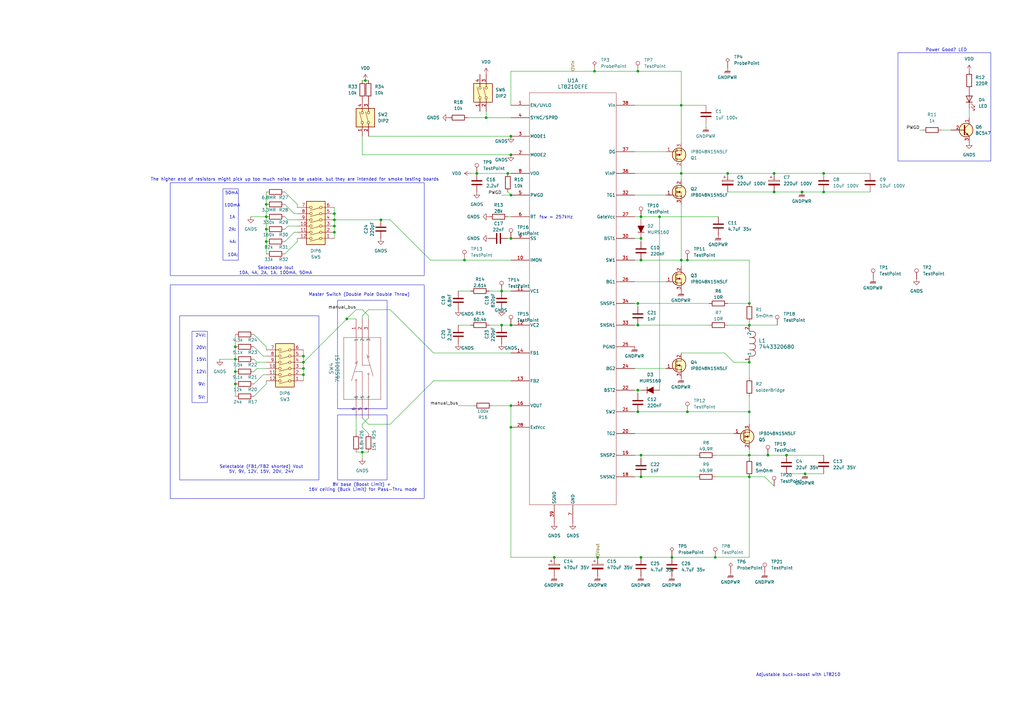
<source format=kicad_sch>
(kicad_sch (version 20250114) (generator "eeschema") (generator_version "9.0")
  (paper "A3")
  (rectangle (start 69.85 116.84) (end 173.99 204.47))
  (rectangle (start 138.43 170.18) (end 158.75 196.85))
  (rectangle (start 368.3 21.59) (end 406.4 66.04))
  (rectangle (start 73.66 129.54) (end 130.81 196.85))
  (rectangle (start 69.85 74.93) (end 173.99 113.03))
  (rectangle (start 78.74 135.89) (end 85.09 165.1))
  (rectangle (start 91.44 77.47) (end 97.79 106.68))
  (rectangle (start 138.43 123.19) (end 158.75 167.64))
  (text "1A" (at 95.25 89.154 0) (effects (font (size 1.27 1.27))))
  (text "Power Good? LED" (at 388.112 20.574 0) (effects (font (size 1.27 1.27))))
  (text "20V:" (at 82.55 142.748 0) (effects (font (size 1.27 1.27))))
  (text "5V:\n" (at 82.804 163.068 0) (effects (font (size 1.27 1.27))))
  (text "Selectable (FB1/FB2 shorted) Vout\n5V, 9V, 12V, 15V, 20V, 24V" (at 107.188 192.532 0) (effects (font (size 1.27 1.27))))
  (text "100mA" (at 95.25 84.328 0) (effects (font (size 1.27 1.27))))
  (text "fsw = 257kHz" (at 228.092 89.154 0) (effects (font (size 1.27 1.27))))
  (text "8V base (Boost Limit) + \n16V ceiling (Buck Limit) for Pass-Thru mode" (at 148.844 199.898 0) (effects (font (size 1.27 1.27))))
  (text "4A:" (at 95.504 99.314 0) (effects (font (size 1.27 1.27))))
  (text "12V:" (at 82.55 152.654 0) (effects (font (size 1.27 1.27))))
  (text "24V:" (at 82.296 137.668 0) (effects (font (size 1.27 1.27))))
  (text "10A:" (at 95.504 104.648 0) (effects (font (size 1.27 1.27))))
  (text "15V:" (at 82.55 147.574 0) (effects (font (size 1.27 1.27))))
  (text "2A:" (at 95.25 94.234 0) (effects (font (size 1.27 1.27))))
  (text "Adjustable buck-boost with LT8210" (at 327.406 276.86 0) (effects (font (size 1.27 1.27))))
  (text "The higher end of resistors might pick up too much noise to be usable, but they are intended for smoke testing boards" (at 120.904 73.66 0) (effects (font (size 1.27 1.27))))
  (text "9V:" (at 82.804 157.734 0) (effects (font (size 1.27 1.27))))
  (text "Selectable Iout\n10A, 4A, 2A, 1A, 100mA, 50mA" (at 113.03 110.998 0) (effects (font (size 1.27 1.27))))
  (text "50mA" (at 94.996 79.248 0) (effects (font (size 1.27 1.27))))
  (text "Master Switch (Double Pole Double Throw)" (at 147.32 120.904 0) (effects (font (size 1.27 1.27))))
  (junction (at 262.89 195.58))
  (junction (at 307.34 168.91))
  (junction (at 137.16 95.25))
  (junction (at 109.22 99.06))
  (junction (at 275.59 228.6))
  (junction (at 195.58 71.12))
  (junction (at 328.93 78.74))
  (junction (at 262.89 106.68))
  (junction (at 109.22 93.98))
  (junction (at 279.4 106.68))
  (junction (at 262.89 97.79))
  (junction (at 124.46 151.13))
  (junction (at 124.46 153.67))
  (junction (at 205.74 119.38))
  (junction (at 337.82 78.74))
  (junction (at 137.16 90.17))
  (junction (at 209.55 97.79))
  (junction (at 307.34 195.58))
  (junction (at 307.34 133.35))
  (junction (at 209.55 133.35))
  (junction (at 137.16 92.71))
  (junction (at 190.5 106.68))
  (junction (at 270.51 88.9))
  (junction (at 209.55 63.5))
  (junction (at 243.84 29.21))
  (junction (at 149.86 33.02))
  (junction (at 109.22 88.9))
  (junction (at 262.89 186.69))
  (junction (at 96.52 152.4))
  (junction (at 314.96 186.69))
  (junction (at 279.4 43.18))
  (junction (at 279.4 71.12))
  (junction (at 209.55 55.88))
  (junction (at 245.11 228.6))
  (junction (at 148.59 185.42))
  (junction (at 209.55 175.26))
  (junction (at 227.33 228.6))
  (junction (at 205.74 133.35))
  (junction (at 307.34 124.46))
  (junction (at 337.82 71.12))
  (junction (at 96.52 157.48))
  (junction (at 156.21 90.17))
  (junction (at 281.94 168.91))
  (junction (at 261.62 133.35))
  (junction (at 208.28 71.12))
  (junction (at 109.22 83.82))
  (junction (at 298.45 71.12))
  (junction (at 261.62 168.91))
  (junction (at 261.62 124.46))
  (junction (at 293.37 228.6))
  (junction (at 330.2 194.31))
  (junction (at 96.52 147.32))
  (junction (at 261.62 160.02))
  (junction (at 307.34 186.69))
  (junction (at 209.55 166.37))
  (junction (at 262.89 228.6))
  (junction (at 96.52 142.24))
  (junction (at 124.46 146.05))
  (junction (at 317.5 71.12))
  (junction (at 322.58 186.69))
  (junction (at 142.24 130.81))
  (junction (at 261.62 29.21))
  (junction (at 199.39 48.26))
  (junction (at 137.16 87.63))
  (junction (at 281.94 106.68))
  (junction (at 317.5 78.74))
  (junction (at 307.34 148.59))
  (junction (at 209.55 80.01))
  (junction (at 124.46 148.59))
  (junction (at 262.89 88.9))
  (wire (pts (xy 105.41 148.59) (xy 104.14 147.32)))
  (wire (pts (xy 146.05 171.45) (xy 146.05 177.8)))
  (wire (pts (xy 260.35 124.46) (xy 261.62 124.46)))
  (wire (pts (xy 297.18 144.78) (xy 300.99 148.59)))
  (wire (pts (xy 118.11 90.17) (xy 116.84 88.9)))
  (wire (pts (xy 160.02 173.99) (xy 177.8 156.21)))
  (wire (pts (xy 260.35 71.12) (xy 279.4 71.12)))
  (wire (pts (xy 313.69 195.58) (xy 317.5 199.39)))
  (wire (pts (xy 148.59 33.02) (xy 149.86 33.02)))
  (wire (pts (xy 270.51 88.9) (xy 294.64 88.9)))
  (wire (pts (xy 261.62 168.91) (xy 281.94 168.91)))
  (wire (pts (xy 137.16 90.17) (xy 137.16 87.63)))
  (wire (pts (xy 109.22 99.06) (xy 109.22 93.98)))
  (wire (pts (xy 279.4 43.18) (xy 289.56 43.18)))
  (wire (pts (xy 151.13 127) (xy 160.02 127)))
  (wire (pts (xy 151.13 171.45) (xy 148.59 173.99)))
  (wire (pts (xy 307.34 195.58) (xy 313.69 195.58)))
  (wire (pts (xy 279.4 43.18) (xy 279.4 58.42)))
  (wire (pts (xy 109.22 88.9) (xy 102.87 88.9)))
  (wire (pts (xy 260.35 43.18) (xy 279.4 43.18)))
  (wire (pts (xy 109.22 93.98) (xy 109.22 88.9)))
  (wire (pts (xy 121.92 90.17) (xy 118.11 90.17)))
  (wire (pts (xy 107.95 146.05) (xy 104.14 142.24)))
  (wire (pts (xy 262.89 195.58) (xy 285.75 195.58)))
  (wire (pts (xy 281.94 106.68) (xy 307.34 106.68)))
  (wire (pts (xy 260.35 62.23) (xy 273.05 62.23)))
  (wire (pts (xy 208.28 71.12) (xy 209.55 71.12)))
  (wire (pts (xy 262.89 88.9) (xy 270.51 88.9)))
  (wire (pts (xy 148.59 63.5) (xy 209.55 63.5)))
  (wire (pts (xy 261.62 124.46) (xy 290.83 124.46)))
  (wire (pts (xy 330.2 194.31) (xy 337.82 194.31)))
  (wire (pts (xy 142.24 130.81) (xy 146.05 127)))
  (wire (pts (xy 314.96 186.69) (xy 322.58 186.69)))
  (wire (pts (xy 205.74 80.01) (xy 209.55 80.01)))
  (wire (pts (xy 322.58 194.31) (xy 330.2 194.31)))
  (wire (pts (xy 307.34 132.08) (xy 307.34 133.35)))
  (wire (pts (xy 208.28 88.9) (xy 209.55 88.9)))
  (wire (pts (xy 209.55 106.68) (xy 190.5 106.68)))
  (wire (pts (xy 298.45 124.46) (xy 307.34 124.46)))
  (wire (pts (xy 205.74 119.38) (xy 209.55 119.38)))
  (wire (pts (xy 275.59 228.6) (xy 293.37 228.6)))
  (wire (pts (xy 121.92 83.82) (xy 116.84 78.74)))
  (wire (pts (xy 151.13 173.99) (xy 160.02 173.99)))
  (wire (pts (xy 121.92 85.09) (xy 121.92 83.82)))
  (wire (pts (xy 209.55 166.37) (xy 209.55 175.26)))
  (wire (pts (xy 146.05 130.81) (xy 142.24 130.81)))
  (wire (pts (xy 261.62 160.02) (xy 261.62 161.29)))
  (wire (pts (xy 262.89 88.9) (xy 262.89 90.17)))
  (wire (pts (xy 146.05 185.42) (xy 148.59 185.42)))
  (wire (pts (xy 262.89 186.69) (xy 262.89 187.96)))
  (wire (pts (xy 260.35 133.35) (xy 261.62 133.35)))
  (wire (pts (xy 307.34 184.15) (xy 307.34 186.69)))
  (wire (pts (xy 397.51 44.45) (xy 397.51 48.26)))
  (wire (pts (xy 307.34 195.58) (xy 307.34 228.6)))
  (wire (pts (xy 124.46 151.13) (xy 124.46 148.59)))
  (wire (pts (xy 262.89 106.68) (xy 279.4 106.68)))
  (wire (pts (xy 279.4 144.78) (xy 297.18 144.78)))
  (wire (pts (xy 260.35 97.79) (xy 262.89 97.79)))
  (wire (pts (xy 208.28 97.79) (xy 209.55 97.79)))
  (wire (pts (xy 187.96 166.37) (xy 194.31 166.37)))
  (wire (pts (xy 124.46 146.05) (xy 124.46 143.51)))
  (wire (pts (xy 377.19 53.34) (xy 378.46 53.34)))
  (wire (pts (xy 243.84 29.21) (xy 261.62 29.21)))
  (wire (pts (xy 279.4 71.12) (xy 298.45 71.12)))
  (wire (pts (xy 322.58 186.69) (xy 337.82 186.69)))
  (wire (pts (xy 386.08 53.34) (xy 389.89 53.34)))
  (wire (pts (xy 109.22 146.05) (xy 107.95 146.05)))
  (wire (pts (xy 160.02 127) (xy 177.8 144.78)))
  (wire (pts (xy 190.5 106.68) (xy 176.53 106.68)))
  (wire (pts (xy 156.21 90.17) (xy 137.16 90.17)))
  (wire (pts (xy 261.62 133.35) (xy 290.83 133.35)))
  (wire (pts (xy 109.22 156.21) (xy 109.22 157.48)))
  (wire (pts (xy 109.22 104.14) (xy 109.22 99.06)))
  (wire (pts (xy 109.22 88.9) (xy 109.22 83.82)))
  (wire (pts (xy 209.55 80.01) (xy 208.28 78.74)))
  (wire (pts (xy 307.34 133.35) (xy 318.77 133.35)))
  (wire (pts (xy 176.53 106.68) (xy 160.02 90.17)))
  (wire (pts (xy 298.45 71.12) (xy 317.5 71.12)))
  (wire (pts (xy 227.33 228.6) (xy 245.11 228.6)))
  (wire (pts (xy 260.35 195.58) (xy 262.89 195.58)))
  (wire (pts (xy 317.5 71.12) (xy 337.82 71.12)))
  (wire (pts (xy 200.66 119.38) (xy 205.74 119.38)))
  (wire (pts (xy 121.92 87.63) (xy 120.65 87.63)))
  (wire (pts (xy 279.4 71.12) (xy 279.4 73.66)))
  (wire (pts (xy 245.11 228.6) (xy 262.89 228.6)))
  (wire (pts (xy 279.4 106.68) (xy 281.94 106.68)))
  (wire (pts (xy 120.65 87.63) (xy 116.84 83.82)))
  (wire (pts (xy 148.59 175.26) (xy 151.13 177.8)))
  (wire (pts (xy 260.35 160.02) (xy 261.62 160.02)))
  (wire (pts (xy 209.55 29.21) (xy 209.55 43.18)))
  (wire (pts (xy 260.35 186.69) (xy 262.89 186.69)))
  (wire (pts (xy 109.22 142.24) (xy 104.14 137.16)))
  (wire (pts (xy 124.46 148.59) (xy 142.24 130.81)))
  (wire (pts (xy 261.62 124.46) (xy 261.62 125.73)))
  (wire (pts (xy 121.92 99.06) (xy 116.84 104.14)))
  (wire (pts (xy 109.22 148.59) (xy 105.41 148.59)))
  (wire (pts (xy 279.4 29.21) (xy 279.4 43.18)))
  (wire (pts (xy 109.22 143.51) (xy 109.22 142.24)))
  (wire (pts (xy 96.52 147.32) (xy 90.17 147.32)))
  (wire (pts (xy 96.52 142.24) (xy 96.52 137.16)))
  (wire (pts (xy 307.34 106.68) (xy 307.34 124.46)))
  (wire (pts (xy 209.55 228.6) (xy 227.33 228.6)))
  (wire (pts (xy 109.22 153.67) (xy 107.95 153.67)))
  (wire (pts (xy 109.22 151.13) (xy 105.41 151.13)))
  (wire (pts (xy 260.35 151.13) (xy 273.05 151.13)))
  (wire (pts (xy 307.34 148.59) (xy 307.34 154.94)))
  (wire (pts (xy 148.59 171.45) (xy 151.13 173.99)))
  (wire (pts (xy 279.4 83.82) (xy 279.4 106.68)))
  (wire (pts (xy 191.77 48.26) (xy 199.39 48.26)))
  (wire (pts (xy 293.37 228.6) (xy 307.34 228.6)))
  (wire (pts (xy 307.34 186.69) (xy 314.96 186.69)))
  (wire (pts (xy 337.82 71.12) (xy 356.87 71.12)))
  (wire (pts (xy 298.45 78.74) (xy 317.5 78.74)))
  (wire (pts (xy 124.46 153.67) (xy 124.46 151.13)))
  (wire (pts (xy 105.41 151.13) (xy 104.14 152.4)))
  (wire (pts (xy 151.13 130.81) (xy 151.13 129.54)))
  (wire (pts (xy 187.96 119.38) (xy 193.04 119.38)))
  (wire (pts (xy 307.34 168.91) (xy 307.34 173.99)))
  (wire (pts (xy 148.59 173.99) (xy 148.59 175.26)))
  (wire (pts (xy 262.89 228.6) (xy 275.59 228.6)))
  (wire (pts (xy 148.59 185.42) (xy 151.13 185.42)))
  (wire (pts (xy 137.16 95.25) (xy 137.16 92.71)))
  (wire (pts (xy 195.58 71.12) (xy 208.28 71.12)))
  (wire (pts (xy 200.66 133.35) (xy 205.74 133.35)))
  (wire (pts (xy 121.92 92.71) (xy 118.11 92.71)))
  (wire (pts (xy 137.16 87.63) (xy 137.16 85.09)))
  (wire (pts (xy 307.34 162.56) (xy 307.34 168.91)))
  (wire (pts (xy 118.11 92.71) (xy 116.84 93.98)))
  (wire (pts (xy 177.8 144.78) (xy 209.55 144.78)))
  (wire (pts (xy 260.35 168.91) (xy 261.62 168.91)))
  (wire (pts (xy 148.59 55.88) (xy 148.59 63.5)))
  (wire (pts (xy 307.34 186.69) (xy 307.34 187.96)))
  (wire (pts (xy 148.59 130.81) (xy 148.59 129.54)))
  (wire (pts (xy 298.45 133.35) (xy 307.34 133.35)))
  (wire (pts (xy 187.96 133.35) (xy 193.04 133.35)))
  (wire (pts (xy 121.92 95.25) (xy 120.65 95.25)))
  (wire (pts (xy 260.35 177.8) (xy 300.99 177.8)))
  (wire (pts (xy 177.8 156.21) (xy 209.55 156.21)))
  (wire (pts (xy 293.37 195.58) (xy 307.34 195.58)))
  (wire (pts (xy 193.04 71.12) (xy 195.58 71.12)))
  (wire (pts (xy 124.46 156.21) (xy 124.46 153.67)))
  (wire (pts (xy 205.74 133.35) (xy 209.55 133.35)))
  (wire (pts (xy 107.95 153.67) (xy 104.14 157.48)))
  (wire (pts (xy 199.39 48.26) (xy 209.55 48.26)))
  (wire (pts (xy 124.46 148.59) (xy 124.46 146.05)))
  (wire (pts (xy 109.22 83.82) (xy 109.22 78.74)))
  (wire (pts (xy 160.02 90.17) (xy 156.21 90.17)))
  (wire (pts (xy 148.59 127) (xy 146.05 127)))
  (wire (pts (xy 279.4 106.68) (xy 279.4 109.22)))
  (wire (pts (xy 149.86 33.02) (xy 151.13 33.02)))
  (wire (pts (xy 289.56 52.07) (xy 289.56 50.8)))
  (wire (pts (xy 281.94 168.91) (xy 307.34 168.91)))
  (wire (pts (xy 261.62 29.21) (xy 279.4 29.21)))
  (wire (pts (xy 270.51 88.9) (xy 270.51 160.02)))
  (wire (pts (xy 209.55 29.21) (xy 243.84 29.21)))
  (wire (pts (xy 201.93 166.37) (xy 209.55 166.37)))
  (wire (pts (xy 96.52 152.4) (xy 96.52 147.32)))
  (wire (pts (xy 151.13 55.88) (xy 209.55 55.88)))
  (wire (pts (xy 300.99 148.59) (xy 307.34 148.59)))
  (wire (pts (xy 260.35 115.57) (xy 273.05 115.57)))
  (wire (pts (xy 96.52 157.48) (xy 96.52 152.4)))
  (wire (pts (xy 317.5 78.74) (xy 328.93 78.74)))
  (wire (pts (xy 199.39 45.72) (xy 199.39 48.26)))
  (wire (pts (xy 137.16 97.79) (xy 137.16 95.25)))
  (wire (pts (xy 279.4 68.58) (xy 279.4 71.12)))
  (wire (pts (xy 209.55 175.26) (xy 209.55 228.6)))
  (wire (pts (xy 262.89 97.79) (xy 262.89 99.06)))
  (wire (pts (xy 148.59 129.54) (xy 151.13 127)))
  (wire (pts (xy 328.93 78.74) (xy 337.82 78.74)))
  (wire (pts (xy 261.62 160.02) (xy 262.89 160.02)))
  (wire (pts (xy 137.16 92.71) (xy 137.16 90.17)))
  (wire (pts (xy 260.35 80.01) (xy 273.05 80.01)))
  (wire (pts (xy 120.65 95.25) (xy 116.84 99.06)))
  (wire (pts (xy 293.37 186.69) (xy 307.34 186.69)))
  (wire (pts (xy 262.89 186.69) (xy 285.75 186.69)))
  (wire (pts (xy 260.35 106.68) (xy 262.89 106.68)))
  (wire (pts (xy 148.59 185.42) (xy 148.59 187.96)))
  (wire (pts (xy 260.35 88.9) (xy 262.89 88.9)))
  (wire (pts (xy 109.22 157.48) (xy 104.14 162.56)))
  (wire (pts (xy 337.82 78.74) (xy 356.87 78.74)))
  (wire (pts (xy 96.52 147.32) (xy 96.52 142.24)))
  (wire (pts (xy 96.52 162.56) (xy 96.52 157.48)))
  (wire (pts (xy 121.92 97.79) (xy 121.92 99.06)))
  (wire (pts (xy 151.13 129.54) (xy 148.59 127)))
  (label "PWGD" (at 377.19 53.34 180))
  (label "PWGD" (at 205.74 80.01 180))
  (label "manual_bus" (at 187.96 166.37 180))
  (label "manual_bus" (at 146.05 127 180))
  (hierarchical_label "Vin" (shape input) (at 234.95 29.21 90))
  (hierarchical_label "Vout" (shape input) (at 245.11 228.6 90))
  (symbol (lib_id "power:VDD") (at 193.04 71.12 90) (unit 1)
    (property "Reference" "#PWR01" (effects (hide yes)))
    (property "Value" "VDD" (at 189.23 71.1199 90) (effects (justify left)))
    (property "Description" "Power symbol creates a global label with name \"VDD\"" (effects (hide yes)))
  )
  (symbol (lib_id "power:GNDS") (at 200.66 88.9 270) (unit 1)
    (property "Reference" "#PWR019" (effects (hide yes)))
    (property "Value" "GNDS" (at 196.85 88.8999 90) (effects (justify right)))
    (property "Description" "Power symbol creates a global label with name \"GNDS\" , signal ground" (effects (hide yes)))
  )
  (symbol (lib_id "PCM_Resistor_AKL:R_0805") (at 100.33 157.48 270) (unit 1)
    (property "Reference" "R20" (at 103.632 159.766 90))
    (property "Value" "12k" (at 97.536 159.766 90))
    (property "Footprint" "PCM_Resistor_SMD_AKL:R_0805_2012Metric_Pad1.20x1.40mm_HandSolder" (effects (hide yes)))
    (property "Description" "SMD 0805 Chip Resistor, European Symbol, Alternate KiCad Library" (effects (hide yes)))
  )
  (symbol (lib_id "power:GNDPWR") (at 245.11 236.22 0) (unit 1)
    (property "Reference" "#PWR011" (effects (hide yes)))
    (property "Value" "GNDPWR" (at 244.983 240.03 0))
    (property "Description" "Power symbol creates a global label with name \"GNDPWR\" , global ground" (effects (hide yes)))
  )
  (symbol (lib_id "PCM_Resistor_AKL:R_0805") (at 100.33 142.24 270) (unit 1)
    (property "Reference" "R23" (at 103.632 144.526 90))
    (property "Value" "5.1k" (at 97.536 144.526 90))
    (property "Footprint" "PCM_Resistor_SMD_AKL:R_0805_2012Metric_Pad1.20x1.40mm_HandSolder" (effects (hide yes)))
    (property "Description" "SMD 0805 Chip Resistor, European Symbol, Alternate KiCad Library" (effects (hide yes)))
  )
  (symbol (lib_id "Connector:TestPoint") (at 281.94 168.91 0) (unit 1)
    (property "Reference" "TP12" (at 284.48 164.3379 0) (effects (justify left)))
    (property "Value" "TestPoint" (at 284.48 166.8779 0) (effects (justify left)))
    (property "Footprint" "Connector_Pin:Pin_D1.3mm_L11.0mm" (effects (hide yes)))
    (property "Description" "test point" (effects (hide yes)))
  )
  (symbol (lib_id "Connector:TestPoint") (at 205.74 119.38 0) (unit 1)
    (property "Reference" "TP14" (at 208.28 114.8079 0) (effects (justify left)))
    (property "Value" "TestPoint" (at 208.28 117.3479 0) (effects (justify left)))
    (property "Footprint" "Connector_Pin:Pin_D1.3mm_L11.0mm" (effects (hide yes)))
    (property "Description" "test point" (effects (hide yes)))
  )
  (symbol (lib_id "PCM_Resistor_AKL:R_0805") (at 100.33 147.32 270) (unit 1)
    (property "Reference" "R22" (at 103.632 149.606 90))
    (property "Value" "7.5k" (at 97.536 149.606 90))
    (property "Footprint" "PCM_Resistor_SMD_AKL:R_0805_2012Metric_Pad1.20x1.40mm_HandSolder" (effects (hide yes)))
    (property "Description" "SMD 0805 Chip Resistor, European Symbol, Alternate KiCad Library" (effects (hide yes)))
  )
  (symbol (lib_id "power:GNDPWR") (at 262.89 236.22 0) (unit 1)
    (property "Reference" "#PWR012" (effects (hide yes)))
    (property "Value" "GNDPWR" (at 262.763 240.03 0))
    (property "Description" "Power symbol creates a global label with name \"GNDPWR\" , global ground" (effects (hide yes)))
  )
  (symbol (lib_id "PCM_Capacitor_AKL:C_1206") (at 322.58 190.5 0) (unit 1)
    (property "Reference" "C4" (at 326.39 189.2299 0) (effects (justify left)))
    (property "Value" "22uF 35V" (at 326.39 191.7699 0) (effects (justify left)))
    (property "Footprint" "Capacitor_SMD:C_1206_3216Metric_Pad1.33x1.80mm_HandSolder" (effects (hide yes)))
    (property "Description" "SMD 1206 MLCC capacitor, Alternate KiCad Library" (effects (hide yes)))
  )
  (symbol (lib_id "Switch:SW_DIP_x06") (at 129.54 90.17 180) (unit 1)
    (property "Reference" "SW5" (at 129.54 105.41 0))
    (property "Value" "DIP6" (at 129.54 102.87 0))
    (property "Footprint" "Button_Switch_SMD:6DIPCFS" (effects (hide yes)))
    (property "Description" "6x DIP Switch, Single Pole Single Throw (SPST) switch, small symbol" (effects (hide yes)))
  )
  (symbol (lib_id "PCM_Capacitor_AKL:C_0805") (at 205.74 137.16 180) (unit 1)
    (property "Reference" "C23" (at 199.644 137.16 90))
    (property "Value" "220pF" (at 202.184 137.16 90))
    (property "Footprint" "PCM_Capacitor_SMD_AKL:C_0805_2012Metric" (effects (hide yes)))
    (property "Description" "SMD 0805 MLCC capacitor, Alternate KiCad Library" (effects (hide yes)))
  )
  (symbol (lib_id "Connector:TestPoint") (at 281.94 106.68 0) (unit 1)
    (property "Reference" "TP11" (at 284.48 102.1079 0) (effects (justify left)))
    (property "Value" "TestPoint" (at 284.48 104.6479 0) (effects (justify left)))
    (property "Footprint" "Connector_Pin:Pin_D1.3mm_L11.0mm" (effects (hide yes)))
    (property "Description" "test point" (effects (hide yes)))
  )
  (symbol (lib_id "power:GNDS") (at 375.92 114.3 0) (unit 1)
    (property "Reference" "#PWR035" (effects (hide yes)))
    (property "Value" "GNDS" (at 375.92 119.38 0))
    (property "Description" "Power symbol creates a global label with name \"GNDS\" , signal ground" (effects (hide yes)))
  )
  (symbol (lib_id "Transformer:7443320680") (at 307.34 133.35 270) (unit 1)
    (property "Reference" "L1" (at 311.15 139.6999 90) (effects (font (size 1.524 1.524)) (justify left)))
    (property "Value" "7443320680" (at 311.15 142.2399 90) (effects (font (size 1.524 1.524)) (justify left)))
    (property "Footprint" "Inductor_SMD_Wurth:IND_1210-WE-HCC_WRE" (effects (hide yes)))
    (property "Datasheet" "https://www.we-online.com/catalog/datasheet/7443320680.pdf" (effects (hide yes)))
  )
  (symbol (lib_id "Connector:TestPoint") (at 375.92 114.3 0) (unit 1)
    (property "Reference" "TP2" (at 378.46 109.7279 0) (effects (justify left)))
    (property "Value" "TestPoint" (at 378.46 112.2679 0) (effects (justify left)))
    (property "Footprint" "Connector_Pin:Pin_D1.3mm_L11.0mm" (effects (hide yes)))
    (property "Description" "test point" (effects (hide yes)))
  )
  (symbol (lib_id "Connector:TestPoint") (at 209.55 133.35 0) (unit 1)
    (property "Reference" "TP15" (at 212.09 128.7779 0) (effects (justify left)))
    (property "Value" "TestPoint" (at 212.09 131.3179 0) (effects (justify left)))
    (property "Footprint" "Connector_Pin:Pin_D1.3mm_L11.0mm" (effects (hide yes)))
    (property "Description" "test point" (effects (hide yes)))
  )
  (symbol (lib_id "power:GNDS") (at 184.15 48.26 270) (unit 1)
    (property "Reference" "#PWR033" (effects (hide yes)))
    (property "Value" "GNDS" (at 180.34 48.2599 90) (effects (justify right)))
    (property "Description" "Power symbol creates a global label with name \"GNDS\" , signal ground" (effects (hide yes)))
  )
  (symbol (lib_id "power:GNDS") (at 234.95 214.63 0) (unit 1)
    (property "Reference" "#PWR02" (effects (hide yes)))
    (property "Value" "GNDS" (at 234.95 219.71 0))
    (property "Description" "Power symbol creates a global label with name \"GNDS\" , signal ground" (effects (hide yes)))
  )
  (symbol (lib_id "PCM_Resistor_AKL:R_0805") (at 382.27 53.34 90) (unit 1)
    (property "Reference" "R11" (at 382.27 46.99 90))
    (property "Value" "1k" (at 382.27 49.53 90))
    (property "Footprint" "PCM_Resistor_SMD_AKL:R_0805_2012Metric_Pad1.20x1.40mm_HandSolder" (effects (hide yes)))
    (property "Description" "SMD 0805 Chip Resistor, European Symbol, Alternate KiCad Library" (effects (hide yes)))
  )
  (symbol (lib_id "PCM_Resistor_AKL:R_0805") (at 113.03 78.74 270) (unit 1)
    (property "Reference" "R27" (at 116.332 81.026 90))
    (property "Value" "6.8MR" (at 110.236 81.026 90))
    (property "Footprint" "PCM_Resistor_SMD_AKL:R_0805_2012Metric_Pad1.20x1.40mm_HandSolder" (effects (hide yes)))
    (property "Description" "SMD 0805 Chip Resistor, European Symbol, Alternate KiCad Library" (effects (hide yes)))
  )
  (symbol (lib_id "PCM_Resistor_AKL:R_0805") (at 113.03 83.82 270) (unit 1)
    (property "Reference" "R28" (at 116.332 86.106 90))
    (property "Value" "3.3MR" (at 110.236 86.106 90))
    (property "Footprint" "PCM_Resistor_SMD_AKL:R_0805_2012Metric_Pad1.20x1.40mm_HandSolder" (effects (hide yes)))
    (property "Description" "SMD 0805 Chip Resistor, European Symbol, Alternate KiCad Library" (effects (hide yes)))
  )
  (symbol (lib_id "Connector:TestPoint_Alt") (at 299.72 234.95 0) (unit 1)
    (property "Reference" "TP6" (at 302.26 230.3779 0) (effects (justify left)))
    (property "Value" "ProbePoint" (at 302.26 232.9179 0) (effects (justify left)))
    (property "Footprint" "Connector_Pin:Pin_D1.1mm_L10.2mm_W3.5mm_Flat" (effects (hide yes)))
    (property "Description" "test point (alternative shape)" (effects (hide yes)))
  )
  (symbol (lib_id "power:GNDS") (at 200.66 97.79 270) (unit 1)
    (property "Reference" "#PWR020" (effects (hide yes)))
    (property "Value" "GNDS" (at 196.85 97.7899 90) (effects (justify right)))
    (property "Description" "Power symbol creates a global label with name \"GNDS\" , signal ground" (effects (hide yes)))
  )
  (symbol (lib_id "Connector:TestPoint") (at 209.55 97.79 0) (unit 1)
    (property "Reference" "TP16" (at 212.09 93.2179 0) (effects (justify left)))
    (property "Value" "TestPoint" (at 212.09 95.7579 0) (effects (justify left)))
    (property "Footprint" "Connector_Pin:Pin_D1.3mm_L11.0mm" (effects (hide yes)))
    (property "Description" "test point" (effects (hide yes)))
  )
  (symbol (lib_id "PCM_Resistor_AKL:R_0805") (at 198.12 166.37 270) (unit 1)
    (property "Reference" "R16" (at 198.12 171.196 90))
    (property "Value" "100k" (at 198.12 168.656 90))
    (property "Footprint" "PCM_Resistor_SMD_AKL:R_0805_2012Metric_Pad1.20x1.40mm_HandSolder" (effects (hide yes)))
    (property "Description" "SMD 0805 Chip Resistor, European Symbol, Alternate KiCad Library" (effects (hide yes)))
  )
  (symbol (lib_id "power:GNDS") (at 397.51 58.42 0) (unit 1)
    (property "Reference" "#PWR014" (effects (hide yes)))
    (property "Value" "GNDS" (at 397.51 63.5 0))
    (property "Description" "Power symbol creates a global label with name \"GNDS\" , signal ground" (effects (hide yes)))
  )
  (symbol (lib_id "PCM_Capacitor_AKL:C_0805") (at 289.56 46.99 0) (unit 1)
    (property "Reference" "C1" (at 293.37 45.7199 0) (effects (justify left)))
    (property "Value" "1uF 100v" (at 293.37 48.2599 0) (effects (justify left)))
    (property "Footprint" "PCM_Capacitor_SMD_AKL:C_0805_2012Metric" (effects (hide yes)))
    (property "Description" "SMD 0805 MLCC capacitor, Alternate KiCad Library" (effects (hide yes)))
  )
  (symbol (lib_id "power:VDD") (at 397.51 29.21 0) (unit 1)
    (property "Reference" "#PWR018" (effects (hide yes)))
    (property "Value" "VDD" (at 397.51 24.13 0))
    (property "Description" "Power symbol creates a global label with name \"VDD\"" (effects (hide yes)))
  )
  (symbol (lib_id "power:GNDS") (at 195.58 78.74 0) (unit 1)
    (property "Reference" "#PWR017" (effects (hide yes)))
    (property "Value" "GNDS" (at 195.58 83.82 0))
    (property "Description" "Power symbol creates a global label with name \"GNDS\" , signal ground" (effects (hide yes)))
  )
  (symbol (lib_id "power:GNDS") (at 227.33 214.63 0) (unit 1)
    (property "Reference" "#PWR013" (effects (hide yes)))
    (property "Value" "GNDS" (at 227.33 219.71 0))
    (property "Description" "Power symbol creates a global label with name \"GNDS\" , signal ground" (effects (hide yes)))
  )
  (symbol (lib_id "PCM_Resistor_AKL:R_0805") (at 113.03 104.14 270) (unit 1)
    (property "Reference" "R32" (at 116.332 106.426 90))
    (property "Value" "33k" (at 110.236 106.426 90))
    (property "Footprint" "PCM_Resistor_SMD_AKL:R_0805_2012Metric_Pad1.20x1.40mm_HandSolder" (effects (hide yes)))
    (property "Description" "SMD 0805 Chip Resistor, European Symbol, Alternate KiCad Library" (effects (hide yes)))
  )
  (symbol (lib_id "Connector:TestPoint_Alt") (at 275.59 228.6 0) (unit 1)
    (property "Reference" "TP5" (at 278.13 224.0279 0) (effects (justify left)))
    (property "Value" "ProbePoint" (at 278.13 226.5679 0) (effects (justify left)))
    (property "Footprint" "Connector_Pin:Pin_D1.1mm_L10.2mm_W3.5mm_Flat" (effects (hide yes)))
    (property "Description" "test point (alternative shape)" (effects (hide yes)))
  )
  (symbol (lib_id "power:GNDS") (at 205.74 140.97 0) (unit 1)
    (property "Reference" "#PWR024" (effects (hide yes)))
    (property "Value" "GNDS" (at 209.55 142.748 0))
    (property "Description" "Power symbol creates a global label with name \"GNDS\" , signal ground" (effects (hide yes)))
  )
  (symbol (lib_id "PCM_Resistor_AKL:R_0805") (at 100.33 137.16 270) (unit 1)
    (property "Reference" "R24" (at 103.632 139.446 90))
    (property "Value" "4.3k" (at 97.536 139.446 90))
    (property "Footprint" "PCM_Resistor_SMD_AKL:R_0805_2012Metric_Pad1.20x1.40mm_HandSolder" (effects (hide yes)))
    (property "Description" "SMD 0805 Chip Resistor, European Symbol, Alternate KiCad Library" (effects (hide yes)))
  )
  (symbol (lib_id "PCM_Capacitor_AKL:C_0805") (at 294.64 92.71 0) (unit 1)
    (property "Reference" "C11" (at 298.45 91.4399 0) (effects (justify left)))
    (property "Value" "4.7uF 35v" (at 298.45 93.9799 0) (effects (justify left)))
    (property "Footprint" "PCM_Capacitor_SMD_AKL:C_0805_2012Metric" (effects (hide yes)))
    (property "Description" "SMD 0805 MLCC capacitor, Alternate KiCad Library" (effects (hide yes)))
  )
  (symbol (lib_id "PCM_Resistor_AKL:R_0805") (at 187.96 48.26 90) (unit 1)
    (property "Reference" "R18" (at 187.96 41.91 90))
    (property "Value" "10k" (at 187.96 44.45 90))
    (property "Footprint" "PCM_Resistor_SMD_AKL:R_0805_2012Metric_Pad1.20x1.40mm_HandSolder" (effects (hide yes)))
    (property "Description" "SMD 0805 Chip Resistor, European Symbol, Alternate KiCad Library" (effects (hide yes)))
  )
  (symbol (lib_id "PCM_Resistor_AKL:R_2512") (at 307.34 191.77 0) (unit 1)
    (property "Reference" "R5" (at 309.88 190.4999 0) (effects (justify left)))
    (property "Value" "5mOhm" (at 309.88 193.0399 0) (effects (justify left)))
    (property "Footprint" "PCM_Resistor_SMD_AKL:R_2512_6332Metric" (effects (hide yes)))
    (property "Description" "SMD 2512 Chip Resistor, European Symbol, Alternate KiCad Library" (effects (hide yes)))
  )
  (symbol (lib_id "PCM_Resistor_AKL:R_0805") (at 148.59 36.83 0) (unit 1)
    (property "Reference" "R33" (at 142.748 35.56 0) (effects (justify left)))
    (property "Value" "10k" (at 142.748 38.1 0) (effects (justify left)))
    (property "Footprint" "PCM_Resistor_SMD_AKL:R_0805_2012Metric_Pad1.20x1.40mm_HandSolder" (effects (hide yes)))
    (property "Description" "SMD 0805 Chip Resistor, European Symbol, Alternate KiCad Library" (effects (hide yes)))
  )
  (symbol (lib_id "PCM_Capacitor_AKL:C_0805") (at 205.74 123.19 180) (unit 1)
    (property "Reference" "C18" (at 199.644 123.19 90))
    (property "Value" "820pF" (at 202.184 123.19 90))
    (property "Footprint" "PCM_Capacitor_SMD_AKL:C_0805_2012Metric" (effects (hide yes)))
    (property "Description" "SMD 0805 MLCC capacitor, Alternate KiCad Library" (effects (hide yes)))
  )
  (symbol (lib_id "PCM_Resistor_AKL:R_0805") (at 289.56 186.69 270) (unit 1)
    (property "Reference" "R8" (at 289.56 181.61 90))
    (property "Value" "49.9R" (at 289.56 184.15 90))
    (property "Footprint" "PCM_Resistor_SMD_AKL:R_0805_2012Metric_Pad1.20x1.40mm_HandSolder" (effects (hide yes)))
    (property "Description" "SMD 0805 Chip Resistor, European Symbol, Alternate KiCad Library" (effects (hide yes)))
  )
  (symbol (lib_id "PCM_Capacitor_AKL:C_0805") (at 261.62 165.1 0) (unit 1)
    (property "Reference" "C12" (at 265.43 163.8299 0) (effects (justify left)))
    (property "Value" "220nF" (at 265.43 166.3699 0) (effects (justify left)))
    (property "Footprint" "PCM_Capacitor_SMD_AKL:C_0805_2012Metric" (effects (hide yes)))
    (property "Description" "SMD 0805 MLCC capacitor, Alternate KiCad Library" (effects (hide yes)))
  )
  (symbol (lib_id "power:GNDPWR") (at 298.45 27.94 0) (unit 1)
    (property "Reference" "#PWR016" (effects (hide yes)))
    (property "Value" "GNDPWR" (at 298.323 31.75 0))
    (property "Description" "Power symbol creates a global label with name \"GNDPWR\" , global ground" (effects (hide yes)))
  )
  (symbol (lib_id "PCM_Resistor_AKL:R_0805") (at 113.03 93.98 270) (unit 1)
    (property "Reference" "R30" (at 116.332 96.266 90))
    (property "Value" "160k" (at 110.236 96.266 90))
    (property "Footprint" "PCM_Resistor_SMD_AKL:R_0805_2012Metric_Pad1.20x1.40mm_HandSolder" (effects (hide yes)))
    (property "Description" "SMD 0805 Chip Resistor, European Symbol, Alternate KiCad Library" (effects (hide yes)))
  )
  (symbol (lib_id "PCM_Transistor_MOSFET_AKL:IPB048N15N5LF") (at 276.86 114.3 0) (unit 1)
    (property "Reference" "Q3" (at 283.21 113.0299 0) (effects (justify left)))
    (property "Value" "IPB048N15N5LF" (at 283.21 115.5699 0) (effects (justify left)))
    (property "Footprint" "PCM_Package_TO_SOT_SMD_AKL:TO-263-2" (effects (hide yes)))
    (property "Datasheet" "https://www.tme.eu/Document/fc50ee780d85e9ab87e5420e12636046/IPB048N15N5LF.pdf" (effects (hide yes)))
    (property "Description" "TO-263 N-MOSFET enchancement mode transistor, 150V, 120A, 313W, Alternate KiCAD Library" (effects (hide yes)))
  )
  (symbol (lib_id "PCM_Capacitor_AKL:C_0805") (at 261.62 129.54 0) (unit 1)
    (property "Reference" "C21" (at 265.43 128.2699 0) (effects (justify left)))
    (property "Value" "1nF" (at 265.43 130.8099 0) (effects (justify left)))
    (property "Footprint" "PCM_Capacitor_SMD_AKL:C_0805_2012Metric" (effects (hide yes)))
    (property "Description" "SMD 0805 MLCC capacitor, Alternate KiCad Library" (effects (hide yes)))
  )
  (symbol (lib_id "Device:LED") (at 397.51 40.64 90) (unit 1)
    (property "Reference" "D4" (at 401.32 40.9574 90) (effects (justify right)))
    (property "Value" "LED" (at 401.32 43.4974 90) (effects (justify right)))
    (property "Footprint" "PCM_LED_THT_AKL_Double:LED_D3.0mm" (effects (hide yes)))
    (property "Description" "Light emitting diode" (effects (hide yes)))
    (property "Sim.Pins" "1=K 2=A" (effects (hide yes)))
  )
  (symbol (lib_id "PCM_Diode_AKL:MURS160") (at 266.7 160.02 180) (unit 1)
    (property "Reference" "D3" (at 266.7 153.67 0))
    (property "Value" "MURS160" (at 266.7 156.21 0))
    (property "Footprint" "PCM_Diode_SMD_AKL:D_SMB" (effects (hide yes)))
    (property "Datasheet" "https://www.vishay.com/docs/88688/murs140.pdf" (effects (hide yes)))
    (property "Description" "SMB Diode, Ultrafast Rectifier, 600V, 1A, 50ns, Alternate KiCad Library" (effects (hide yes)))
  )
  (symbol (lib_id "PCM_Resistor_AKL:R_2512") (at 307.34 128.27 0) (unit 1)
    (property "Reference" "R1" (at 309.88 126.9999 0) (effects (justify left)))
    (property "Value" "5mOhm" (at 309.88 129.5399 0) (effects (justify left)))
    (property "Footprint" "PCM_Resistor_SMD_AKL:R_2512_6332Metric" (effects (hide yes)))
    (property "Description" "SMD 2512 Chip Resistor, European Symbol, Alternate KiCad Library" (effects (hide yes)))
  )
  (symbol (lib_id "power:GNDPWR") (at 279.4 154.94 0) (unit 1)
    (property "Reference" "#PWR08" (effects (hide yes)))
    (property "Value" "GNDPWR" (at 279.273 158.75 0))
    (property "Description" "Power symbol creates a global label with name \"GNDPWR\" , global ground" (effects (hide yes)))
  )
  (symbol (lib_id "power:GNDPWR") (at 299.72 234.95 0) (unit 1)
    (property "Reference" "#PWR029" (effects (hide yes)))
    (property "Value" "GNDPWR" (at 299.593 238.76 0))
    (property "Description" "Power symbol creates a global label with name \"GNDPWR\" , global ground" (effects (hide yes)))
  )
  (symbol (lib_id "PCM_Resistor_AKL:R_0805") (at 397.51 33.02 180) (unit 1)
    (property "Reference" "R12" (at 400.05 31.7499 0) (effects (justify right)))
    (property "Value" "220R" (at 400.05 34.2899 0) (effects (justify right)))
    (property "Footprint" "PCM_Resistor_SMD_AKL:R_0805_2012Metric_Pad1.20x1.40mm_HandSolder" (effects (hide yes)))
    (property "Description" "SMD 0805 Chip Resistor, European Symbol, Alternate KiCad Library" (effects (hide yes)))
  )
  (symbol (lib_id "PCM_Transistor_MOSFET_AKL:IPB048N15N5LF") (at 304.8 179.07 0) (mirror x) (unit 1)
    (property "Reference" "Q5" (at 311.15 180.3401 0) (effects (justify left)))
    (property "Value" "IPB048N15N5LF" (at 311.15 177.8001 0) (effects (justify left)))
    (property "Footprint" "PCM_Package_TO_SOT_SMD_AKL:TO-263-2" (effects (hide yes)))
    (property "Datasheet" "https://www.tme.eu/Document/fc50ee780d85e9ab87e5420e12636046/IPB048N15N5LF.pdf" (effects (hide yes)))
    (property "Description" "TO-263 N-MOSFET enchancement mode transistor, 150V, 120A, 313W, Alternate KiCAD Library" (effects (hide yes)))
  )
  (symbol (lib_id "power:GNDS") (at 209.55 55.88 0) (unit 1)
    (property "Reference" "#PWR032" (effects (hide yes)))
    (property "Value" "GNDS" (at 208.28 57.912 0) (effects (justify right)))
    (property "Description" "Power symbol creates a global label with name \"GNDS\" , signal ground" (effects (hide yes)))
  )
  (symbol (lib_id "power:GNDS") (at 187.96 140.97 0) (unit 1)
    (property "Reference" "#PWR023" (effects (hide yes)))
    (property "Value" "GNDS" (at 191.77 142.748 0))
    (property "Description" "Power symbol creates a global label with name \"GNDS\" , signal ground" (effects (hide yes)))
  )
  (symbol (lib_id "power:GNDPWR") (at 328.93 78.74 0) (unit 1)
    (property "Reference" "#PWR05" (effects (hide yes)))
    (property "Value" "GNDPWR" (at 328.803 82.55 0))
    (property "Description" "Power symbol creates a global label with name \"GNDPWR\" , global ground" (effects (hide yes)))
  )
  (symbol (lib_id "PCM_Resistor_AKL:R_0805") (at 146.05 181.61 0) (unit 1)
    (property "Reference" "R26" (at 148.336 178.308 90))
    (property "Value" "6.8k" (at 148.336 182.372 90))
    (property "Footprint" "PCM_Resistor_SMD_AKL:R_0805_2012Metric_Pad1.20x1.40mm_HandSolder" (effects (hide yes)))
    (property "Description" "SMD 0805 Chip Resistor, European Symbol, Alternate KiCad Library" (effects (hide yes)))
  )
  (symbol (lib_id "PCM_Resistor_AKL:R_2512") (at 307.34 158.75 0) (unit 1)
    (property "Reference" "R2" (at 309.88 157.4799 0) (effects (justify left)))
    (property "Value" "solderBridge" (at 309.88 160.0199 0) (effects (justify left)))
    (property "Footprint" "PCM_Resistor_SMD_AKL:R_2512_6332Metric" (effects (hide yes)))
    (property "Description" "SMD 2512 Chip Resistor, European Symbol, Alternate KiCad Library" (effects (hide yes)))
  )
  (symbol (lib_id "PCM_Transistor_BJT_AKL:BC547") (at 394.97 53.34 0) (unit 1)
    (property "Reference" "Q6" (at 400.05 52.0699 0) (effects (justify left)))
    (property "Value" "BC547" (at 400.05 54.6099 0) (effects (justify left)))
    (property "Footprint" "PCM_Package_TO_SOT_THT_AKL:TO-92_Inline_Wide_CBE" (effects (hide yes)))
    (property "Datasheet" "https://www.tme.eu/Document/6c5d898a533a0762c2bc33eb26c283a8/BC546-550-DTE.pdf" (effects (hide yes)))
    (property "Description" "NPN TO-92 transistor, 45V, 100mA, 500mW, Complementary to BC557, Alternate KiCAD Library" (effects (hide yes)))
  )
  (symbol (lib_id "PCM_Resistor_AKL:R_0805") (at 100.33 152.4 270) (unit 1)
    (property "Reference" "R21" (at 103.632 154.686 90))
    (property "Value" "9.1k" (at 97.536 154.686 90))
    (property "Footprint" "PCM_Resistor_SMD_AKL:R_0805_2012Metric_Pad1.20x1.40mm_HandSolder" (effects (hide yes)))
    (property "Description" "SMD 0805 Chip Resistor, European Symbol, Alternate KiCad Library" (effects (hide yes)))
  )
  (symbol (lib_id "PCM_Resistor_AKL:R_0805") (at 151.13 36.83 0) (unit 1)
    (property "Reference" "R34" (at 153.67 35.5599 0) (effects (justify left)))
    (property "Value" "10k" (at 153.67 38.0999 0) (effects (justify left)))
    (property "Footprint" "PCM_Resistor_SMD_AKL:R_0805_2012Metric_Pad1.20x1.40mm_HandSolder" (effects (hide yes)))
    (property "Description" "SMD 0805 Chip Resistor, European Symbol, Alternate KiCad Library" (effects (hide yes)))
  )
  (symbol (lib_id "PCM_Capacitor_AKL:C_1210") (at 337.82 74.93 0) (unit 1)
    (property "Reference" "C8" (at 341.63 73.6599 0) (effects (justify left)))
    (property "Value" "10uF 100V" (at 341.63 76.1999 0) (effects (justify left)))
    (property "Footprint" "Capacitor_SMD:C_1210_3225Metric_Pad1.33x2.70mm_HandSolder" (effects (hide yes)))
    (property "Description" "SMD 1210 MLCC capacitor, Alternate KiCad Library" (effects (hide yes)))
  )
  (symbol (lib_id "PCM_Resistor_AKL:R_0805") (at 294.64 133.35 270) (unit 1)
    (property "Reference" "R7" (at 294.64 128.27 90))
    (property "Value" "10R" (at 294.64 130.81 90))
    (property "Footprint" "PCM_Resistor_SMD_AKL:R_0805_2012Metric_Pad1.20x1.40mm_HandSolder" (effects (hide yes)))
    (property "Description" "SMD 0805 Chip Resistor, European Symbol, Alternate KiCad Library" (effects (hide yes)))
  )
  (symbol (lib_id "power:VDD") (at 149.86 33.02 0) (unit 1)
    (property "Reference" "#PWR031" (effects (hide yes)))
    (property "Value" "VDD" (at 149.86 27.94 0))
    (property "Description" "Power symbol creates a global label with name \"VDD\"" (effects (hide yes)))
  )
  (symbol (lib_id "PCM_Resistor_AKL:R_0805") (at 289.56 195.58 270) (unit 1)
    (property "Reference" "R9" (at 289.56 190.5 90))
    (property "Value" "49.9R" (at 289.56 193.04 90))
    (property "Footprint" "PCM_Resistor_SMD_AKL:R_0805_2012Metric_Pad1.20x1.40mm_HandSolder" (effects (hide yes)))
    (property "Description" "SMD 0805 Chip Resistor, European Symbol, Alternate KiCad Library" (effects (hide yes)))
  )
  (symbol (lib_id "PCM_Resistor_AKL:R_0805") (at 196.85 119.38 90) (unit 1)
    (property "Reference" "R14" (at 196.85 114.554 90))
    (property "Value" "2.61k" (at 196.85 117.094 90))
    (property "Footprint" "PCM_Resistor_SMD_AKL:R_0805_2012Metric_Pad1.20x1.40mm_HandSolder" (effects (hide yes)))
    (property "Description" "SMD 0805 Chip Resistor, European Symbol, Alternate KiCad Library" (effects (hide yes)))
  )
  (symbol (lib_id "PCM_Resistor_AKL:R_0805") (at 113.03 99.06 270) (unit 1)
    (property "Reference" "R31" (at 116.332 101.346 90))
    (property "Value" "82k" (at 110.236 101.346 90))
    (property "Footprint" "PCM_Resistor_SMD_AKL:R_0805_2012Metric_Pad1.20x1.40mm_HandSolder" (effects (hide yes)))
    (property "Description" "SMD 0805 Chip Resistor, European Symbol, Alternate KiCad Library" (effects (hide yes)))
  )
  (symbol (lib_id "PCM_Capacitor_AKL:C_0805") (at 187.96 123.19 180) (unit 1)
    (property "Reference" "C19" (at 181.864 123.19 90))
    (property "Value" "6.8nF" (at 184.404 123.19 90))
    (property "Footprint" "PCM_Capacitor_SMD_AKL:C_0805_2012Metric" (effects (hide yes)))
    (property "Description" "SMD 0805 MLCC capacitor, Alternate KiCad Library" (effects (hide yes)))
  )
  (symbol (lib_id "PCM_Capacitor_AKL:C_0805") (at 262.89 191.77 0) (unit 1)
    (property "Reference" "C22" (at 266.7 190.4999 0) (effects (justify left)))
    (property "Value" "1nF" (at 266.7 193.0399 0) (effects (justify left)))
    (property "Footprint" "PCM_Capacitor_SMD_AKL:C_0805_2012Metric" (effects (hide yes)))
    (property "Description" "SMD 0805 MLCC capacitor, Alternate KiCad Library" (effects (hide yes)))
  )
  (symbol (lib_id "power:GNDPWR") (at 279.4 119.38 0) (unit 1)
    (property "Reference" "#PWR06" (effects (hide yes)))
    (property "Value" "GNDPWR" (at 279.273 123.19 0))
    (property "Description" "Power symbol creates a global label with name \"GNDPWR\" , global ground" (effects (hide yes)))
  )
  (symbol (lib_id "Connector:TestPoint") (at 190.5 106.68 0) (unit 1)
    (property "Reference" "TP13" (at 193.04 102.1079 0) (effects (justify left)))
    (property "Value" "TestPoint" (at 193.04 104.6479 0) (effects (justify left)))
    (property "Footprint" "Connector_Pin:Pin_D1.3mm_L11.0mm" (effects (hide yes)))
    (property "Description" "test point" (effects (hide yes)))
  )
  (symbol (lib_id "power:GNDS") (at 90.17 147.32 0) (unit 1)
    (property "Reference" "#PWR025" (effects (hide yes)))
    (property "Value" "GNDS" (at 90.17 152.4 0))
    (property "Description" "Power symbol creates a global label with name \"GNDS\" , signal ground" (effects (hide yes)))
  )
  (symbol (lib_id "PCM_Transistor_MOSFET_AKL:IPB048N15N5LF") (at 276.86 149.86 0) (unit 1)
    (property "Reference" "Q4" (at 283.21 148.5899 0) (effects (justify left)))
    (property "Value" "IPB048N15N5LF" (at 283.21 151.1299 0) (effects (justify left)))
    (property "Footprint" "PCM_Package_TO_SOT_SMD_AKL:TO-263-2" (effects (hide yes)))
    (property "Datasheet" "https://www.tme.eu/Document/fc50ee780d85e9ab87e5420e12636046/IPB048N15N5LF.pdf" (effects (hide yes)))
    (property "Description" "TO-263 N-MOSFET enchancement mode transistor, 150V, 120A, 313W, Alternate KiCAD Library" (effects (hide yes)))
  )
  (symbol (lib_id "Connector:TestPoint") (at 293.37 228.6 0) (unit 1)
    (property "Reference" "TP8" (at 295.91 224.0279 0) (effects (justify left)))
    (property "Value" "TestPoint" (at 295.91 226.5679 0) (effects (justify left)))
    (property "Footprint" "Connector_Pin:Pin_D1.3mm_L11.0mm" (effects (hide yes)))
    (property "Description" "test point" (effects (hide yes)))
  )
  (symbol (lib_id "Connector:TestPoint_Alt") (at 243.84 29.21 0) (unit 1)
    (property "Reference" "TP3" (at 246.38 24.6379 0) (effects (justify left)))
    (property "Value" "ProbePoint" (at 246.38 27.1779 0) (effects (justify left)))
    (property "Footprint" "Connector_Pin:Pin_D1.1mm_L10.2mm_W3.5mm_Flat" (effects (hide yes)))
    (property "Description" "test point (alternative shape)" (effects (hide yes)))
  )
  (symbol (lib_id "power:GNDS") (at 102.87 88.9 0) (unit 1)
    (property "Reference" "#PWR027" (effects (hide yes)))
    (property "Value" "GNDS" (at 102.87 93.98 0))
    (property "Description" "Power symbol creates a global label with name \"GNDS\" , signal ground" (effects (hide yes)))
  )
  (symbol (lib_id "Switch:SW_DIP_x02") (at 151.13 48.26 90) (unit 1)
    (property "Reference" "SW2" (at 154.94 46.9899 90) (effects (justify right)))
    (property "Value" "DIP2" (at 154.94 49.5299 90) (effects (justify right)))
    (property "Footprint" "Button_Switch_SMD:2DIPCFS" (effects (hide yes)))
    (property "Description" "2x DIP Switch, Single Pole Single Throw (SPST) switch, small symbol" (effects (hide yes)))
  )
  (symbol (lib_id "power:GNDS") (at 205.74 127 0) (unit 1)
    (property "Reference" "#PWR021" (effects (hide yes)))
    (property "Value" "GNDS" (at 205.486 127.254 0))
    (property "Description" "Power symbol creates a global label with name \"GNDS\" , signal ground" (effects (hide yes)))
  )
  (symbol (lib_id "Switch:SW_DIP_x02") (at 199.39 38.1 90) (unit 1)
    (property "Reference" "SW6" (at 203.2 36.8299 90) (effects (justify right)))
    (property "Value" "DIP2" (at 203.2 39.3699 90) (effects (justify right)))
    (property "Footprint" "Button_Switch_SMD:2DIPCFS" (effects (hide yes)))
    (property "Description" "2x DIP Switch, Single Pole Single Throw (SPST) switch, small symbol" (effects (hide yes)))
  )
  (symbol (lib_id "PCM_Resistor_AKL:R_0805") (at 196.85 133.35 90) (unit 1)
    (property "Reference" "R15" (at 196.85 128.524 90))
    (property "Value" "60.4k" (at 196.85 131.064 90))
    (property "Footprint" "PCM_Resistor_SMD_AKL:R_0805_2012Metric_Pad1.20x1.40mm_HandSolder" (effects (hide yes)))
    (property "Description" "SMD 0805 Chip Resistor, European Symbol, Alternate KiCad Library" (effects (hide yes)))
  )
  (symbol (lib_id "power:GNDPWR") (at 227.33 236.22 0) (unit 1)
    (property "Reference" "#PWR010" (effects (hide yes)))
    (property "Value" "GNDPWR" (at 227.203 240.03 0))
    (property "Description" "Power symbol creates a global label with name \"GNDPWR\" , global ground" (effects (hide yes)))
  )
  (symbol (lib_id "Connector:TestPoint") (at 314.96 186.69 0) (unit 1)
    (property "Reference" "TP19" (at 317.5 182.1179 0) (effects (justify left)))
    (property "Value" "TestPoint" (at 317.5 184.6579 0) (effects (justify left)))
    (property "Footprint" "Connector_Pin:Pin_D1.3mm_L11.0mm" (effects (hide yes)))
    (property "Description" "test point" (effects (hide yes)))
  )
  (symbol (lib_id "power:VDD") (at 199.39 30.48 0) (unit 1)
    (property "Reference" "#PWR036" (effects (hide yes)))
    (property "Value" "VDD" (at 199.39 25.4 0))
    (property "Description" "Power symbol creates a global label with name \"VDD\"" (effects (hide yes)))
  )
  (symbol (lib_id "PCM_Capacitor_AKL:C_0805") (at 262.89 232.41 0) (unit 1)
    (property "Reference" "C25" (at 266.7 231.1399 0) (effects (justify left)))
    (property "Value" "4.7uF 35v" (at 266.7 233.6799 0) (effects (justify left)))
    (property "Footprint" "PCM_Capacitor_SMD_AKL:C_0805_2012Metric" (effects (hide yes)))
    (property "Description" "SMD 0805 MLCC capacitor, Alternate KiCad Library" (effects (hide yes)))
  )
  (symbol (lib_id "PCM_Capacitor_AKL:CP_Radial_D16.0mm_P7.50mm") (at 317.5 74.93 0) (unit 1)
    (property "Reference" "C7" (at 321.31 72.7709 0) (effects (justify left)))
    (property "Value" "220uF 100V" (at 321.31 75.3109 0) (effects (justify left)))
    (property "Footprint" "PCM_Capacitor_THT_AKL:CP_Radial_D16.0mm_P7.50mm" (effects (hide yes)))
    (property "Description" "THT Electrolytic Capacitor, 16.0mm Diameter, 7.50mm Pitch, European Symbol, Alternate KiCad Library" (effects (hide yes)))
  )
  (symbol (lib_id "PCM_Resistor_AKL:R_0805") (at 204.47 88.9 90) (unit 1)
    (property "Reference" "R13" (at 204.47 84.074 90))
    (property "Value" "28k" (at 204.47 86.614 90))
    (property "Footprint" "PCM_Resistor_SMD_AKL:R_0805_2012Metric_Pad1.20x1.40mm_HandSolder" (effects (hide yes)))
    (property "Description" "SMD 0805 Chip Resistor, European Symbol, Alternate KiCad Library" (effects (hide yes)))
  )
  (symbol (lib_id "PCM_Resistor_AKL:R_0805") (at 151.13 181.61 0) (unit 1)
    (property "Reference" "R25" (at 153.416 178.308 90))
    (property "Value" "15k" (at 153.416 183.134 90))
    (property "Footprint" "PCM_Resistor_SMD_AKL:R_0805_2012Metric_Pad1.20x1.40mm_HandSolder" (effects (hide yes)))
    (property "Description" "SMD 0805 Chip Resistor, European Symbol, Alternate KiCad Library" (effects (hide yes)))
  )
  (symbol (lib_id "Converter_DCDC:LT8210EFE") (at 209.55 43.18 0) (unit 1)
    (property "Reference" "U1" (at 234.95 33.02 0) (effects (font (size 1.524 1.524))))
    (property "Value" "LT8210EFE" (at 234.95 35.56 0) (effects (font (size 1.524 1.524))))
    (property "Footprint" "Converter_DCDC:05-08-1772_ADI-M" (effects (hide yes)))
    (property "Datasheet" "LT8210EFE" (effects (hide yes)))
  )
  (symbol (lib_id "PCM_Capacitor_AKL:C_0805") (at 262.89 102.87 0) (unit 1)
    (property "Reference" "C10" (at 266.7 101.5999 0) (effects (justify left)))
    (property "Value" "220nF" (at 266.7 104.1399 0) (effects (justify left)))
    (property "Footprint" "PCM_Capacitor_SMD_AKL:C_0805_2012Metric" (effects (hide yes)))
    (property "Description" "SMD 0805 MLCC capacitor, Alternate KiCad Library" (effects (hide yes)))
  )
  (symbol (lib_id "PCM_Capacitor_AKL:C_0805") (at 187.96 137.16 180) (unit 1)
    (property "Reference" "C20" (at 181.864 137.16 90))
    (property "Value" "2.2nF" (at 184.404 137.16 90))
    (property "Footprint" "PCM_Capacitor_SMD_AKL:C_0805_2012Metric" (effects (hide yes)))
    (property "Description" "SMD 0805 MLCC capacitor, Alternate KiCad Library" (effects (hide yes)))
  )
  (symbol (lib_id "power:GNDPWR") (at 358.14 114.3 0) (unit 1)
    (property "Reference" "#PWR034" (effects (hide yes)))
    (property "Value" "GNDPWR" (at 358.013 118.11 0))
    (property "Description" "Power symbol creates a global label with name \"GNDPWR\" , global ground" (effects (hide yes)))
  )
  (symbol (lib_id "PCM_Diode_AKL:MURS160") (at 262.89 93.98 270) (unit 1)
    (property "Reference" "D2" (at 265.43 92.7099 90) (effects (justify left)))
    (property "Value" "MURS160" (at 265.43 95.2499 90) (effects (justify left)))
    (property "Footprint" "PCM_Diode_SMD_AKL:D_SMB" (effects (hide yes)))
    (property "Datasheet" "https://www.vishay.com/docs/88688/murs140.pdf" (effects (hide yes)))
    (property "Description" "SMB Diode, Ultrafast Rectifier, 600V, 1A, 50ns, Alternate KiCad Library" (effects (hide yes)))
  )
  (symbol (lib_id "PCM_Transistor_MOSFET_AKL:IPB048N15N5LF") (at 276.86 78.74 0) (unit 1)
    (property "Reference" "Q2" (at 283.21 77.4699 0) (effects (justify left)))
    (property "Value" "IPB048N15N5LF" (at 283.21 80.0099 0) (effects (justify left)))
    (property "Footprint" "PCM_Package_TO_SOT_SMD_AKL:TO-263-2" (effects (hide yes)))
    (property "Datasheet" "https://www.tme.eu/Document/fc50ee780d85e9ab87e5420e12636046/IPB048N15N5LF.pdf" (effects (hide yes)))
    (property "Description" "TO-263 N-MOSFET enchancement mode transistor, 150V, 120A, 313W, Alternate KiCAD Library" (effects (hide yes)))
  )
  (symbol (lib_id "power:GNDS") (at 156.21 97.79 0) (unit 1)
    (property "Reference" "#PWR028" (effects (hide yes)))
    (property "Value" "GNDS" (at 156.21 102.87 0))
    (property "Description" "Power symbol creates a global label with name \"GNDS\" , signal ground" (effects (hide yes)))
  )
  (symbol (lib_id "power:GNDS") (at 209.55 63.5 0) (unit 1)
    (property "Reference" "#PWR030" (effects (hide yes)))
    (property "Value" "GNDS" (at 208.28 65.532 0) (effects (justify right)))
    (property "Description" "Power symbol creates a global label with name \"GNDS\" , signal ground" (effects (hide yes)))
  )
  (symbol (lib_id "power:GNDPWR") (at 294.64 96.52 0) (unit 1)
    (property "Reference" "#PWR07" (effects (hide yes)))
    (property "Value" "GNDPWR" (at 294.513 100.33 0))
    (property "Description" "Power symbol creates a global label with name \"GNDPWR\" , global ground" (effects (hide yes)))
  )
  (symbol (lib_id "PCM_Capacitor_AKL:CP_Radial_D16.0mm_P7.50mm") (at 298.45 74.93 0) (unit 1)
    (property "Reference" "C5" (at 302.26 72.7709 0) (effects (justify left)))
    (property "Value" "220uF 100V" (at 302.26 75.3109 0) (effects (justify left)))
    (property "Footprint" "PCM_Capacitor_THT_AKL:CP_Radial_D16.0mm_P7.50mm" (effects (hide yes)))
    (property "Description" "THT Electrolytic Capacitor, 16.0mm Diameter, 7.50mm Pitch, European Symbol, Alternate KiCad Library" (effects (hide yes)))
  )
  (symbol (lib_id "PCM_Transistor_MOSFET_AKL:IPB048N15N5LF") (at 276.86 63.5 0) (mirror x) (unit 1)
    (property "Reference" "Q1" (at 283.21 64.7701 0) (effects (justify left)))
    (property "Value" "IPB048N15N5LF" (at 283.21 62.2301 0) (effects (justify left)))
    (property "Footprint" "PCM_Package_TO_SOT_SMD_AKL:TO-263-2" (effects (hide yes)))
    (property "Datasheet" "https://www.tme.eu/Document/fc50ee780d85e9ab87e5420e12636046/IPB048N15N5LF.pdf" (effects (hide yes)))
    (property "Description" "TO-263 N-MOSFET enchancement mode transistor, 150V, 120A, 313W, Alternate KiCAD Library" (effects (hide yes)))
  )
  (symbol (lib_id "power:GNDPWR") (at 289.56 52.07 0) (unit 1)
    (property "Reference" "#PWR04" (effects (hide yes)))
    (property "Value" "GNDPWR" (at 289.433 55.88 0))
    (property "Description" "Power symbol creates a global label with name \"GNDPWR\" , global ground" (effects (hide yes)))
  )
  (symbol (lib_id "PCM_Capacitor_AKL:C_0805") (at 204.47 97.79 90) (unit 1)
    (property "Reference" "C17" (at 204.47 91.694 90))
    (property "Value" "22nF" (at 204.47 94.234 90))
    (property "Footprint" "PCM_Capacitor_SMD_AKL:C_0805_2012Metric" (effects (hide yes)))
    (property "Description" "SMD 0805 MLCC capacitor, Alternate KiCad Library" (effects (hide yes)))
  )
  (symbol (lib_id "PCM_Capacitor_AKL:C_0805") (at 195.58 74.93 0) (unit 1)
    (property "Reference" "C16" (at 199.39 73.6599 0) (effects (justify left)))
    (property "Value" "2.2uF" (at 199.39 76.1999 0) (effects (justify left)))
    (property "Footprint" "PCM_Capacitor_SMD_AKL:C_0805_2012Metric" (effects (hide yes)))
    (property "Description" "SMD 0805 MLCC capacitor, Alternate KiCad Library" (effects (hide yes)))
  )
  (symbol (lib_id "power:GNDPWR") (at 330.2 194.31 0) (unit 1)
    (property "Reference" "#PWR09" (effects (hide yes)))
    (property "Value" "GNDPWR" (at 330.073 198.12 0))
    (property "Description" "Power symbol creates a global label with name \"GNDPWR\" , global ground" (effects (hide yes)))
  )
  (symbol (lib_id "PCM_Capacitor_AKL:CP_Radial_D10.0mm_P5.00mm") (at 227.33 232.41 0) (unit 1)
    (property "Reference" "C14" (at 231.14 230.2509 0) (effects (justify left)))
    (property "Value" "470uF 35V" (at 231.14 232.7909 0) (effects (justify left)))
    (property "Footprint" "PCM_Capacitor_THT_AKL:CP_Radial_D10.0mm_P5.00mm" (effects (hide yes)))
    (property "Description" "THT Electrolytic Capacitor, 10.0mm Diameter, 5.00mm Pitch, European Symbol, Alternate KiCad Library" (effects (hide yes)))
  )
  (symbol (lib_id "power:GNDS") (at 148.59 187.96 0) (unit 1)
    (property "Reference" "#PWR026" (effects (hide yes)))
    (property "Value" "GNDS" (at 148.59 193.04 0))
    (property "Description" "Power symbol creates a global label with name \"GNDS\" , signal ground" (effects (hide yes)))
  )
  (symbol (lib_id "PCM_Resistor_AKL:R_0805") (at 113.03 88.9 270) (unit 1)
    (property "Reference" "R29" (at 116.332 91.186 90))
    (property "Value" "330k" (at 110.236 91.186 90))
    (property "Footprint" "PCM_Resistor_SMD_AKL:R_0805_2012Metric_Pad1.20x1.40mm_HandSolder" (effects (hide yes)))
    (property "Description" "SMD 0805 Chip Resistor, European Symbol, Alternate KiCad Library" (effects (hide yes)))
  )
  (symbol (lib_id "Connector:TestPoint_Alt") (at 298.45 27.94 0) (unit 1)
    (property "Reference" "TP4" (at 300.99 23.3679 0) (effects (justify left)))
    (property "Value" "ProbePoint" (at 300.99 25.9079 0) (effects (justify left)))
    (property "Footprint" "Connector_Pin:Pin_D1.1mm_L10.2mm_W3.5mm_Flat" (effects (hide yes)))
    (property "Description" "test point (alternative shape)" (effects (hide yes)))
  )
  (symbol (lib_id "power:GNDS") (at 187.96 127 0) (unit 1)
    (property "Reference" "#PWR022" (effects (hide yes)))
    (property "Value" "GNDS" (at 191.77 128.778 0))
    (property "Description" "Power symbol creates a global label with name \"GNDS\" , signal ground" (effects (hide yes)))
  )
  (symbol (lib_id "Switch:76SD01ST") (at 146.05 130.81 90) (mirror x) (unit 1)
    (property "Reference" "SW4" (at 135.89 151.13 0) (effects (font (size 1.524 1.524))))
    (property "Value" "76SD01ST" (at 138.43 151.13 0) (effects (font (size 1.524 1.524))))
    (property "Footprint" "Button_Switch_SMD:SW6_76SD01ST_GHL" (effects (hide yes)))
    (property "Datasheet" "76SD01ST" (effects (hide yes)))
  )
  (symbol (lib_id "power:GNDPWR") (at 313.69 234.95 0) (unit 1)
    (property "Reference" "#PWR037" (effects (hide yes)))
    (property "Value" "GNDPWR" (at 313.563 238.76 0))
    (property "Description" "Power symbol creates a global label with name \"GNDPWR\" , global ground" (effects (hide yes)))
  )
  (symbol (lib_id "Connector:TestPoint") (at 318.77 133.35 0) (unit 1)
    (property "Reference" "TP18" (at 321.31 128.7779 0) (effects (justify left)))
    (property "Value" "TestPoint" (at 321.31 131.3179 0) (effects (justify left)))
    (property "Footprint" "Connector_Pin:Pin_D1.3mm_L11.0mm" (effects (hide yes)))
    (property "Description" "test point" (effects (hide yes)))
  )
  (symbol (lib_id "PCM_Capacitor_AKL:C_1206") (at 337.82 190.5 0) (unit 1)
    (property "Reference" "C13" (at 341.63 189.2299 0) (effects (justify left)))
    (property "Value" "22uF 35V" (at 341.63 191.7699 0) (effects (justify left)))
    (property "Footprint" "Capacitor_SMD:C_1206_3216Metric_Pad1.33x1.80mm_HandSolder" (effects (hide yes)))
    (property "Description" "SMD 1206 MLCC capacitor, Alternate KiCad Library" (effects (hide yes)))
  )
  (symbol (lib_id "Switch:SW_DIP_x06") (at 116.84 148.59 180) (unit 1)
    (property "Reference" "SW3" (at 116.84 163.83 0))
    (property "Value" "DIP6" (at 116.84 161.29 0))
    (property "Footprint" "Button_Switch_SMD:6DIPCFS" (effects (hide yes)))
    (property "Description" "6x DIP Switch, Single Pole Single Throw (SPST) switch, small symbol" (effects (hide yes)))
  )
  (symbol (lib_id "PCM_Capacitor_AKL:C_0805") (at 275.59 232.41 0) (unit 1)
    (property "Reference" "C26" (at 279.4 231.1399 0) (effects (justify left)))
    (property "Value" "4.7uF 35v" (at 279.4 233.6799 0) (effects (justify left)))
    (property "Footprint" "PCM_Capacitor_SMD_AKL:C_0805_2012Metric" (effects (hide yes)))
    (property "Description" "SMD 0805 MLCC capacitor, Alternate KiCad Library" (effects (hide yes)))
  )
  (symbol (lib_id "PCM_Capacitor_AKL:C_1210") (at 356.87 74.93 0) (unit 1)
    (property "Reference" "C9" (at 360.68 73.6599 0) (effects (justify left)))
    (property "Value" "10uF 100V" (at 360.68 76.1999 0) (effects (justify left)))
    (property "Footprint" "Capacitor_SMD:C_1210_3225Metric_Pad1.33x2.70mm_HandSolder" (effects (hide yes)))
    (property "Description" "SMD 1210 MLCC capacitor, Alternate KiCad Library" (effects (hide yes)))
  )
  (symbol (lib_id "power:GNDPWR") (at 260.35 142.24 0) (unit 1)
    (property "Reference" "#PWR03" (effects (hide yes)))
    (property "Value" "GNDPWR" (at 260.223 146.05 0))
    (property "Description" "Power symbol creates a global label with name \"GNDPWR\" , global ground" (effects (hide yes)))
  )
  (symbol (lib_id "PCM_Resistor_AKL:R_0805") (at 208.28 74.93 0) (unit 1)
    (property "Reference" "R10" (at 210.82 73.6599 0) (effects (justify left)))
    (property "Value" "10k" (at 210.82 76.1999 0) (effects (justify left)))
    (property "Footprint" "PCM_Resistor_SMD_AKL:R_0805_2012Metric_Pad1.20x1.40mm_HandSolder" (effects (hide yes)))
    (property "Description" "SMD 0805 Chip Resistor, European Symbol, Alternate KiCad Library" (effects (hide yes)))
  )
  (symbol (lib_id "PCM_Capacitor_AKL:CP_Radial_D10.0mm_P5.00mm") (at 245.11 232.41 0) (unit 1)
    (property "Reference" "C15" (at 248.92 230.2509 0) (effects (justify left)))
    (property "Value" "470uF 35V" (at 248.92 232.7909 0) (effects (justify left)))
    (property "Footprint" "PCM_Capacitor_THT_AKL:CP_Radial_D10.0mm_P5.00mm" (effects (hide yes)))
    (property "Description" "THT Electrolytic Capacitor, 10.0mm Diameter, 5.00mm Pitch, European Symbol, Alternate KiCad Library" (effects (hide yes)))
  )
  (symbol (lib_id "power:GNDPWR") (at 275.59 236.22 0) (unit 1)
    (property "Reference" "#PWR015" (effects (hide yes)))
    (property "Value" "GNDPWR" (at 275.463 240.03 0))
    (property "Description" "Power symbol creates a global label with name \"GNDPWR\" , global ground" (effects (hide yes)))
  )
  (symbol (lib_id "PCM_Capacitor_AKL:C_0805") (at 156.21 93.98 180) (unit 1)
    (property "Reference" "C24" (at 150.114 93.98 90))
    (property "Value" "220pF" (at 152.654 93.98 90))
    (property "Footprint" "PCM_Capacitor_SMD_AKL:C_0805_2012Metric" (effects (hide yes)))
    (property "Description" "SMD 0805 MLCC capacitor, Alternate KiCad Library" (effects (hide yes)))
  )
  (symbol (lib_id "Connector:TestPoint") (at 313.69 234.95 0) (unit 1)
    (property "Reference" "TP21" (at 316.23 230.3779 0) (effects (justify left)))
    (property "Value" "TestPoint" (at 316.23 232.9179 0) (effects (justify left)))
    (property "Footprint" "Connector_Pin:Pin_D1.3mm_L11.0mm" (effects (hide yes)))
    (property "Description" "test point" (effects (hide yes)))
  )
  (symbol (lib_id "Connector:TestPoint") (at 358.14 114.3 0) (unit 1)
    (property "Reference" "TP1" (at 360.68 109.7279 0) (effects (justify left)))
    (property "Value" "TestPoint" (at 360.68 112.2679 0) (effects (justify left)))
    (property "Footprint" "Connector_Pin:Pin_D1.3mm_L11.0mm" (effects (hide yes)))
    (property "Description" "test point" (effects (hide yes)))
  )
  (symbol (lib_id "Connector:TestPoint") (at 262.89 88.9 0) (unit 1)
    (property "Reference" "TP10" (at 265.43 84.3279 0) (effects (justify left)))
    (property "Value" "TestPoint" (at 265.43 86.8679 0) (effects (justify left)))
    (property "Footprint" "Connector_Pin:Pin_D1.3mm_L11.0mm" (effects (hide yes)))
    (property "Description" "test point" (effects (hide yes)))
  )
  (symbol (lib_id "PCM_Resistor_AKL:R_0805") (at 100.33 162.56 270) (unit 1)
    (property "Reference" "R17" (at 103.632 164.846 90))
    (property "Value" "24k" (at 97.536 164.846 90))
    (property "Footprint" "PCM_Resistor_SMD_AKL:R_0805_2012Metric_Pad1.20x1.40mm_HandSolder" (effects (hide yes)))
    (property "Description" "SMD 0805 Chip Resistor, European Symbol, Alternate KiCad Library" (effects (hide yes)))
  )
  (symbol (lib_id "Connector:TestPoint") (at 261.62 29.21 0) (unit 1)
    (property "Reference" "TP7" (at 264.16 24.6379 0) (effects (justify left)))
    (property "Value" "TestPoint" (at 264.16 27.1779 0) (effects (justify left)))
    (property "Footprint" "Connector_Pin:Pin_D1.3mm_L11.0mm" (effects (hide yes)))
    (property "Description" "test point" (effects (hide yes)))
  )
  (symbol (lib_id "Connector:TestPoint") (at 317.5 199.39 0) (unit 1)
    (property "Reference" "TP20" (at 320.04 194.8179 0) (effects (justify left)))
    (property "Value" "TestPoint" (at 320.04 197.3579 0) (effects (justify left)))
    (property "Footprint" "Connector_Pin:Pin_D1.3mm_L11.0mm" (effects (hide yes)))
    (property "Description" "test point" (effects (hide yes)))
  )
  (symbol (lib_id "PCM_Resistor_AKL:R_0805") (at 294.64 124.46 90) (unit 1)
    (property "Reference" "R6" (at 294.64 119.38 90))
    (property "Value" "10R" (at 294.64 121.92 90))
    (property "Footprint" "PCM_Resistor_SMD_AKL:R_0805_2012Metric_Pad1.20x1.40mm_HandSolder" (effects (hide yes)))
    (property "Description" "SMD 0805 Chip Resistor, European Symbol, Alternate KiCad Library" (effects (hide yes)))
  )
  (symbol (lib_id "Connector:TestPoint") (at 195.58 71.12 0) (unit 1)
    (property "Reference" "TP9" (at 198.12 66.5479 0) (effects (justify left)))
    (property "Value" "TestPoint" (at 198.12 69.0879 0) (effects (justify left)))
    (property "Footprint" "Connector_Pin:Pin_D1.3mm_L11.0mm" (effects (hide yes)))
    (property "Description" "test point" (effects (hide yes)))
  )
)
</source>
